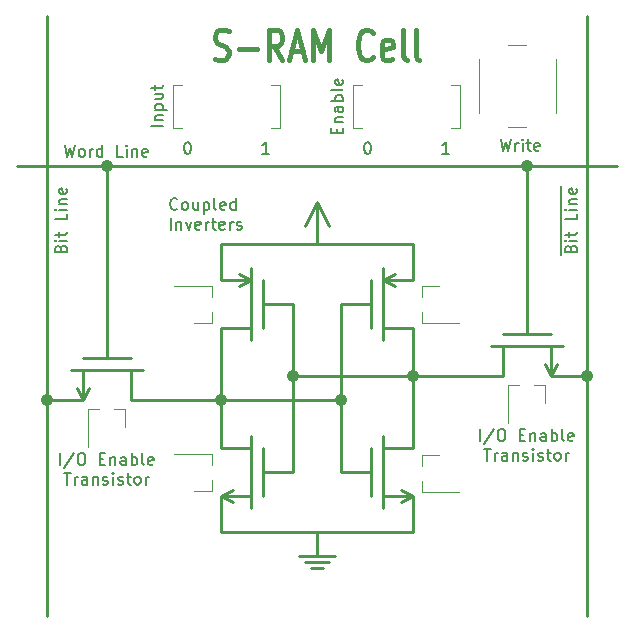
<source format=gbr>
G04 #@! TF.GenerationSoftware,KiCad,Pcbnew,5.1.5+dfsg1-2build2*
G04 #@! TF.CreationDate,2020-06-02T19:47:54-07:00*
G04 #@! TF.ProjectId,sram-cell,7372616d-2d63-4656-9c6c-2e6b69636164,rev?*
G04 #@! TF.SameCoordinates,Original*
G04 #@! TF.FileFunction,Legend,Top*
G04 #@! TF.FilePolarity,Positive*
%FSLAX46Y46*%
G04 Gerber Fmt 4.6, Leading zero omitted, Abs format (unit mm)*
G04 Created by KiCad (PCBNEW 5.1.5+dfsg1-2build2) date 2020-06-02 19:47:54*
%MOMM*%
%LPD*%
G04 APERTURE LIST*
%ADD10C,0.150000*%
%ADD11C,0.406400*%
%ADD12C,1.016000*%
%ADD13C,0.254000*%
%ADD14C,0.120000*%
G04 APERTURE END LIST*
D10*
X131072380Y-87082380D02*
X131310476Y-88082380D01*
X131500952Y-87368095D01*
X131691428Y-88082380D01*
X131929523Y-87082380D01*
X132453333Y-88082380D02*
X132358095Y-88034761D01*
X132310476Y-87987142D01*
X132262857Y-87891904D01*
X132262857Y-87606190D01*
X132310476Y-87510952D01*
X132358095Y-87463333D01*
X132453333Y-87415714D01*
X132596190Y-87415714D01*
X132691428Y-87463333D01*
X132739047Y-87510952D01*
X132786666Y-87606190D01*
X132786666Y-87891904D01*
X132739047Y-87987142D01*
X132691428Y-88034761D01*
X132596190Y-88082380D01*
X132453333Y-88082380D01*
X133215238Y-88082380D02*
X133215238Y-87415714D01*
X133215238Y-87606190D02*
X133262857Y-87510952D01*
X133310476Y-87463333D01*
X133405714Y-87415714D01*
X133500952Y-87415714D01*
X134262857Y-88082380D02*
X134262857Y-87082380D01*
X134262857Y-88034761D02*
X134167619Y-88082380D01*
X133977142Y-88082380D01*
X133881904Y-88034761D01*
X133834285Y-87987142D01*
X133786666Y-87891904D01*
X133786666Y-87606190D01*
X133834285Y-87510952D01*
X133881904Y-87463333D01*
X133977142Y-87415714D01*
X134167619Y-87415714D01*
X134262857Y-87463333D01*
X135977142Y-88082380D02*
X135500952Y-88082380D01*
X135500952Y-87082380D01*
X136310476Y-88082380D02*
X136310476Y-87415714D01*
X136310476Y-87082380D02*
X136262857Y-87130000D01*
X136310476Y-87177619D01*
X136358095Y-87130000D01*
X136310476Y-87082380D01*
X136310476Y-87177619D01*
X136786666Y-87415714D02*
X136786666Y-88082380D01*
X136786666Y-87510952D02*
X136834285Y-87463333D01*
X136929523Y-87415714D01*
X137072380Y-87415714D01*
X137167619Y-87463333D01*
X137215238Y-87558571D01*
X137215238Y-88082380D01*
X138072380Y-88034761D02*
X137977142Y-88082380D01*
X137786666Y-88082380D01*
X137691428Y-88034761D01*
X137643809Y-87939523D01*
X137643809Y-87558571D01*
X137691428Y-87463333D01*
X137786666Y-87415714D01*
X137977142Y-87415714D01*
X138072380Y-87463333D01*
X138120000Y-87558571D01*
X138120000Y-87653809D01*
X137643809Y-87749047D01*
X173075000Y-96422500D02*
X173075000Y-95422500D01*
X173918571Y-95851071D02*
X173966190Y-95708214D01*
X174013809Y-95660595D01*
X174109047Y-95612976D01*
X174251904Y-95612976D01*
X174347142Y-95660595D01*
X174394761Y-95708214D01*
X174442380Y-95803452D01*
X174442380Y-96184404D01*
X173442380Y-96184404D01*
X173442380Y-95851071D01*
X173490000Y-95755833D01*
X173537619Y-95708214D01*
X173632857Y-95660595D01*
X173728095Y-95660595D01*
X173823333Y-95708214D01*
X173870952Y-95755833D01*
X173918571Y-95851071D01*
X173918571Y-96184404D01*
X173075000Y-95422500D02*
X173075000Y-94946309D01*
X174442380Y-95184404D02*
X173775714Y-95184404D01*
X173442380Y-95184404D02*
X173490000Y-95232023D01*
X173537619Y-95184404D01*
X173490000Y-95136785D01*
X173442380Y-95184404D01*
X173537619Y-95184404D01*
X173075000Y-94946309D02*
X173075000Y-94374880D01*
X173775714Y-94851071D02*
X173775714Y-94470119D01*
X173442380Y-94708214D02*
X174299523Y-94708214D01*
X174394761Y-94660595D01*
X174442380Y-94565357D01*
X174442380Y-94470119D01*
X173075000Y-94374880D02*
X173075000Y-93612976D01*
X173075000Y-93612976D02*
X173075000Y-92803452D01*
X174442380Y-92898690D02*
X174442380Y-93374880D01*
X173442380Y-93374880D01*
X173075000Y-92803452D02*
X173075000Y-92327261D01*
X174442380Y-92565357D02*
X173775714Y-92565357D01*
X173442380Y-92565357D02*
X173490000Y-92612976D01*
X173537619Y-92565357D01*
X173490000Y-92517738D01*
X173442380Y-92565357D01*
X173537619Y-92565357D01*
X173075000Y-92327261D02*
X173075000Y-91422500D01*
X173775714Y-92089166D02*
X174442380Y-92089166D01*
X173870952Y-92089166D02*
X173823333Y-92041547D01*
X173775714Y-91946309D01*
X173775714Y-91803452D01*
X173823333Y-91708214D01*
X173918571Y-91660595D01*
X174442380Y-91660595D01*
X173075000Y-91422500D02*
X173075000Y-90565357D01*
X174394761Y-90803452D02*
X174442380Y-90898690D01*
X174442380Y-91089166D01*
X174394761Y-91184404D01*
X174299523Y-91232023D01*
X173918571Y-91232023D01*
X173823333Y-91184404D01*
X173775714Y-91089166D01*
X173775714Y-90898690D01*
X173823333Y-90803452D01*
X173918571Y-90755833D01*
X174013809Y-90755833D01*
X174109047Y-91232023D01*
X130738571Y-95851071D02*
X130786190Y-95708214D01*
X130833809Y-95660595D01*
X130929047Y-95612976D01*
X131071904Y-95612976D01*
X131167142Y-95660595D01*
X131214761Y-95708214D01*
X131262380Y-95803452D01*
X131262380Y-96184404D01*
X130262380Y-96184404D01*
X130262380Y-95851071D01*
X130310000Y-95755833D01*
X130357619Y-95708214D01*
X130452857Y-95660595D01*
X130548095Y-95660595D01*
X130643333Y-95708214D01*
X130690952Y-95755833D01*
X130738571Y-95851071D01*
X130738571Y-96184404D01*
X131262380Y-95184404D02*
X130595714Y-95184404D01*
X130262380Y-95184404D02*
X130310000Y-95232023D01*
X130357619Y-95184404D01*
X130310000Y-95136785D01*
X130262380Y-95184404D01*
X130357619Y-95184404D01*
X130595714Y-94851071D02*
X130595714Y-94470119D01*
X130262380Y-94708214D02*
X131119523Y-94708214D01*
X131214761Y-94660595D01*
X131262380Y-94565357D01*
X131262380Y-94470119D01*
X131262380Y-92898690D02*
X131262380Y-93374880D01*
X130262380Y-93374880D01*
X131262380Y-92565357D02*
X130595714Y-92565357D01*
X130262380Y-92565357D02*
X130310000Y-92612976D01*
X130357619Y-92565357D01*
X130310000Y-92517738D01*
X130262380Y-92565357D01*
X130357619Y-92565357D01*
X130595714Y-92089166D02*
X131262380Y-92089166D01*
X130690952Y-92089166D02*
X130643333Y-92041547D01*
X130595714Y-91946309D01*
X130595714Y-91803452D01*
X130643333Y-91708214D01*
X130738571Y-91660595D01*
X131262380Y-91660595D01*
X131214761Y-90803452D02*
X131262380Y-90898690D01*
X131262380Y-91089166D01*
X131214761Y-91184404D01*
X131119523Y-91232023D01*
X130738571Y-91232023D01*
X130643333Y-91184404D01*
X130595714Y-91089166D01*
X130595714Y-90898690D01*
X130643333Y-90803452D01*
X130738571Y-90755833D01*
X130833809Y-90755833D01*
X130929047Y-91232023D01*
X140607023Y-92496142D02*
X140559404Y-92543761D01*
X140416547Y-92591380D01*
X140321309Y-92591380D01*
X140178452Y-92543761D01*
X140083214Y-92448523D01*
X140035595Y-92353285D01*
X139987976Y-92162809D01*
X139987976Y-92019952D01*
X140035595Y-91829476D01*
X140083214Y-91734238D01*
X140178452Y-91639000D01*
X140321309Y-91591380D01*
X140416547Y-91591380D01*
X140559404Y-91639000D01*
X140607023Y-91686619D01*
X141178452Y-92591380D02*
X141083214Y-92543761D01*
X141035595Y-92496142D01*
X140987976Y-92400904D01*
X140987976Y-92115190D01*
X141035595Y-92019952D01*
X141083214Y-91972333D01*
X141178452Y-91924714D01*
X141321309Y-91924714D01*
X141416547Y-91972333D01*
X141464166Y-92019952D01*
X141511785Y-92115190D01*
X141511785Y-92400904D01*
X141464166Y-92496142D01*
X141416547Y-92543761D01*
X141321309Y-92591380D01*
X141178452Y-92591380D01*
X142368928Y-91924714D02*
X142368928Y-92591380D01*
X141940357Y-91924714D02*
X141940357Y-92448523D01*
X141987976Y-92543761D01*
X142083214Y-92591380D01*
X142226071Y-92591380D01*
X142321309Y-92543761D01*
X142368928Y-92496142D01*
X142845119Y-91924714D02*
X142845119Y-92924714D01*
X142845119Y-91972333D02*
X142940357Y-91924714D01*
X143130833Y-91924714D01*
X143226071Y-91972333D01*
X143273690Y-92019952D01*
X143321309Y-92115190D01*
X143321309Y-92400904D01*
X143273690Y-92496142D01*
X143226071Y-92543761D01*
X143130833Y-92591380D01*
X142940357Y-92591380D01*
X142845119Y-92543761D01*
X143892738Y-92591380D02*
X143797500Y-92543761D01*
X143749880Y-92448523D01*
X143749880Y-91591380D01*
X144654642Y-92543761D02*
X144559404Y-92591380D01*
X144368928Y-92591380D01*
X144273690Y-92543761D01*
X144226071Y-92448523D01*
X144226071Y-92067571D01*
X144273690Y-91972333D01*
X144368928Y-91924714D01*
X144559404Y-91924714D01*
X144654642Y-91972333D01*
X144702261Y-92067571D01*
X144702261Y-92162809D01*
X144226071Y-92258047D01*
X145559404Y-92591380D02*
X145559404Y-91591380D01*
X145559404Y-92543761D02*
X145464166Y-92591380D01*
X145273690Y-92591380D01*
X145178452Y-92543761D01*
X145130833Y-92496142D01*
X145083214Y-92400904D01*
X145083214Y-92115190D01*
X145130833Y-92019952D01*
X145178452Y-91972333D01*
X145273690Y-91924714D01*
X145464166Y-91924714D01*
X145559404Y-91972333D01*
X140035595Y-94241380D02*
X140035595Y-93241380D01*
X140511785Y-93574714D02*
X140511785Y-94241380D01*
X140511785Y-93669952D02*
X140559404Y-93622333D01*
X140654642Y-93574714D01*
X140797500Y-93574714D01*
X140892738Y-93622333D01*
X140940357Y-93717571D01*
X140940357Y-94241380D01*
X141321309Y-93574714D02*
X141559404Y-94241380D01*
X141797500Y-93574714D01*
X142559404Y-94193761D02*
X142464166Y-94241380D01*
X142273690Y-94241380D01*
X142178452Y-94193761D01*
X142130833Y-94098523D01*
X142130833Y-93717571D01*
X142178452Y-93622333D01*
X142273690Y-93574714D01*
X142464166Y-93574714D01*
X142559404Y-93622333D01*
X142607023Y-93717571D01*
X142607023Y-93812809D01*
X142130833Y-93908047D01*
X143035595Y-94241380D02*
X143035595Y-93574714D01*
X143035595Y-93765190D02*
X143083214Y-93669952D01*
X143130833Y-93622333D01*
X143226071Y-93574714D01*
X143321309Y-93574714D01*
X143511785Y-93574714D02*
X143892738Y-93574714D01*
X143654642Y-93241380D02*
X143654642Y-94098523D01*
X143702261Y-94193761D01*
X143797500Y-94241380D01*
X143892738Y-94241380D01*
X144607023Y-94193761D02*
X144511785Y-94241380D01*
X144321309Y-94241380D01*
X144226071Y-94193761D01*
X144178452Y-94098523D01*
X144178452Y-93717571D01*
X144226071Y-93622333D01*
X144321309Y-93574714D01*
X144511785Y-93574714D01*
X144607023Y-93622333D01*
X144654642Y-93717571D01*
X144654642Y-93812809D01*
X144178452Y-93908047D01*
X145083214Y-94241380D02*
X145083214Y-93574714D01*
X145083214Y-93765190D02*
X145130833Y-93669952D01*
X145178452Y-93622333D01*
X145273690Y-93574714D01*
X145368928Y-93574714D01*
X145654642Y-94193761D02*
X145749880Y-94241380D01*
X145940357Y-94241380D01*
X146035595Y-94193761D01*
X146083214Y-94098523D01*
X146083214Y-94050904D01*
X146035595Y-93955666D01*
X145940357Y-93908047D01*
X145797500Y-93908047D01*
X145702261Y-93860428D01*
X145654642Y-93765190D01*
X145654642Y-93717571D01*
X145702261Y-93622333D01*
X145797500Y-93574714D01*
X145940357Y-93574714D01*
X146035595Y-93622333D01*
X163607714Y-87828380D02*
X163036285Y-87828380D01*
X163322000Y-87828380D02*
X163322000Y-86828380D01*
X163226761Y-86971238D01*
X163131523Y-87066476D01*
X163036285Y-87114095D01*
X156670380Y-86828380D02*
X156765619Y-86828380D01*
X156860857Y-86876000D01*
X156908476Y-86923619D01*
X156956095Y-87018857D01*
X157003714Y-87209333D01*
X157003714Y-87447428D01*
X156956095Y-87637904D01*
X156908476Y-87733142D01*
X156860857Y-87780761D01*
X156765619Y-87828380D01*
X156670380Y-87828380D01*
X156575142Y-87780761D01*
X156527523Y-87733142D01*
X156479904Y-87637904D01*
X156432285Y-87447428D01*
X156432285Y-87209333D01*
X156479904Y-87018857D01*
X156527523Y-86923619D01*
X156575142Y-86876000D01*
X156670380Y-86828380D01*
X141430380Y-86828380D02*
X141525619Y-86828380D01*
X141620857Y-86876000D01*
X141668476Y-86923619D01*
X141716095Y-87018857D01*
X141763714Y-87209333D01*
X141763714Y-87447428D01*
X141716095Y-87637904D01*
X141668476Y-87733142D01*
X141620857Y-87780761D01*
X141525619Y-87828380D01*
X141430380Y-87828380D01*
X141335142Y-87780761D01*
X141287523Y-87733142D01*
X141239904Y-87637904D01*
X141192285Y-87447428D01*
X141192285Y-87209333D01*
X141239904Y-87018857D01*
X141287523Y-86923619D01*
X141335142Y-86876000D01*
X141430380Y-86828380D01*
X148367714Y-87828380D02*
X147796285Y-87828380D01*
X148082000Y-87828380D02*
X148082000Y-86828380D01*
X147986761Y-86971238D01*
X147891523Y-87066476D01*
X147796285Y-87114095D01*
X139390380Y-85462857D02*
X138390380Y-85462857D01*
X138723714Y-84986666D02*
X139390380Y-84986666D01*
X138818952Y-84986666D02*
X138771333Y-84939047D01*
X138723714Y-84843809D01*
X138723714Y-84700952D01*
X138771333Y-84605714D01*
X138866571Y-84558095D01*
X139390380Y-84558095D01*
X138723714Y-84081904D02*
X139723714Y-84081904D01*
X138771333Y-84081904D02*
X138723714Y-83986666D01*
X138723714Y-83796190D01*
X138771333Y-83700952D01*
X138818952Y-83653333D01*
X138914190Y-83605714D01*
X139199904Y-83605714D01*
X139295142Y-83653333D01*
X139342761Y-83700952D01*
X139390380Y-83796190D01*
X139390380Y-83986666D01*
X139342761Y-84081904D01*
X138723714Y-82748571D02*
X139390380Y-82748571D01*
X138723714Y-83177142D02*
X139247523Y-83177142D01*
X139342761Y-83129523D01*
X139390380Y-83034285D01*
X139390380Y-82891428D01*
X139342761Y-82796190D01*
X139295142Y-82748571D01*
X138723714Y-82415238D02*
X138723714Y-82034285D01*
X138390380Y-82272380D02*
X139247523Y-82272380D01*
X139342761Y-82224761D01*
X139390380Y-82129523D01*
X139390380Y-82034285D01*
X154106571Y-86081904D02*
X154106571Y-85748571D01*
X154630380Y-85605714D02*
X154630380Y-86081904D01*
X153630380Y-86081904D01*
X153630380Y-85605714D01*
X153963714Y-85177142D02*
X154630380Y-85177142D01*
X154058952Y-85177142D02*
X154011333Y-85129523D01*
X153963714Y-85034285D01*
X153963714Y-84891428D01*
X154011333Y-84796190D01*
X154106571Y-84748571D01*
X154630380Y-84748571D01*
X154630380Y-83843809D02*
X154106571Y-83843809D01*
X154011333Y-83891428D01*
X153963714Y-83986666D01*
X153963714Y-84177142D01*
X154011333Y-84272380D01*
X154582761Y-83843809D02*
X154630380Y-83939047D01*
X154630380Y-84177142D01*
X154582761Y-84272380D01*
X154487523Y-84320000D01*
X154392285Y-84320000D01*
X154297047Y-84272380D01*
X154249428Y-84177142D01*
X154249428Y-83939047D01*
X154201809Y-83843809D01*
X154630380Y-83367619D02*
X153630380Y-83367619D01*
X154011333Y-83367619D02*
X153963714Y-83272380D01*
X153963714Y-83081904D01*
X154011333Y-82986666D01*
X154058952Y-82939047D01*
X154154190Y-82891428D01*
X154439904Y-82891428D01*
X154535142Y-82939047D01*
X154582761Y-82986666D01*
X154630380Y-83081904D01*
X154630380Y-83272380D01*
X154582761Y-83367619D01*
X154630380Y-82320000D02*
X154582761Y-82415238D01*
X154487523Y-82462857D01*
X153630380Y-82462857D01*
X154582761Y-81558095D02*
X154630380Y-81653333D01*
X154630380Y-81843809D01*
X154582761Y-81939047D01*
X154487523Y-81986666D01*
X154106571Y-81986666D01*
X154011333Y-81939047D01*
X153963714Y-81843809D01*
X153963714Y-81653333D01*
X154011333Y-81558095D01*
X154106571Y-81510476D01*
X154201809Y-81510476D01*
X154297047Y-81986666D01*
X130691428Y-114181380D02*
X130691428Y-113181380D01*
X131881904Y-113133761D02*
X131024761Y-114419476D01*
X132405714Y-113181380D02*
X132596190Y-113181380D01*
X132691428Y-113229000D01*
X132786666Y-113324238D01*
X132834285Y-113514714D01*
X132834285Y-113848047D01*
X132786666Y-114038523D01*
X132691428Y-114133761D01*
X132596190Y-114181380D01*
X132405714Y-114181380D01*
X132310476Y-114133761D01*
X132215238Y-114038523D01*
X132167619Y-113848047D01*
X132167619Y-113514714D01*
X132215238Y-113324238D01*
X132310476Y-113229000D01*
X132405714Y-113181380D01*
X134024761Y-113657571D02*
X134358095Y-113657571D01*
X134500952Y-114181380D02*
X134024761Y-114181380D01*
X134024761Y-113181380D01*
X134500952Y-113181380D01*
X134929523Y-113514714D02*
X134929523Y-114181380D01*
X134929523Y-113609952D02*
X134977142Y-113562333D01*
X135072380Y-113514714D01*
X135215238Y-113514714D01*
X135310476Y-113562333D01*
X135358095Y-113657571D01*
X135358095Y-114181380D01*
X136262857Y-114181380D02*
X136262857Y-113657571D01*
X136215238Y-113562333D01*
X136120000Y-113514714D01*
X135929523Y-113514714D01*
X135834285Y-113562333D01*
X136262857Y-114133761D02*
X136167619Y-114181380D01*
X135929523Y-114181380D01*
X135834285Y-114133761D01*
X135786666Y-114038523D01*
X135786666Y-113943285D01*
X135834285Y-113848047D01*
X135929523Y-113800428D01*
X136167619Y-113800428D01*
X136262857Y-113752809D01*
X136739047Y-114181380D02*
X136739047Y-113181380D01*
X136739047Y-113562333D02*
X136834285Y-113514714D01*
X137024761Y-113514714D01*
X137120000Y-113562333D01*
X137167619Y-113609952D01*
X137215238Y-113705190D01*
X137215238Y-113990904D01*
X137167619Y-114086142D01*
X137120000Y-114133761D01*
X137024761Y-114181380D01*
X136834285Y-114181380D01*
X136739047Y-114133761D01*
X137786666Y-114181380D02*
X137691428Y-114133761D01*
X137643809Y-114038523D01*
X137643809Y-113181380D01*
X138548571Y-114133761D02*
X138453333Y-114181380D01*
X138262857Y-114181380D01*
X138167619Y-114133761D01*
X138120000Y-114038523D01*
X138120000Y-113657571D01*
X138167619Y-113562333D01*
X138262857Y-113514714D01*
X138453333Y-113514714D01*
X138548571Y-113562333D01*
X138596190Y-113657571D01*
X138596190Y-113752809D01*
X138120000Y-113848047D01*
X131024761Y-114831380D02*
X131596190Y-114831380D01*
X131310476Y-115831380D02*
X131310476Y-114831380D01*
X131929523Y-115831380D02*
X131929523Y-115164714D01*
X131929523Y-115355190D02*
X131977142Y-115259952D01*
X132024761Y-115212333D01*
X132120000Y-115164714D01*
X132215238Y-115164714D01*
X132977142Y-115831380D02*
X132977142Y-115307571D01*
X132929523Y-115212333D01*
X132834285Y-115164714D01*
X132643809Y-115164714D01*
X132548571Y-115212333D01*
X132977142Y-115783761D02*
X132881904Y-115831380D01*
X132643809Y-115831380D01*
X132548571Y-115783761D01*
X132500952Y-115688523D01*
X132500952Y-115593285D01*
X132548571Y-115498047D01*
X132643809Y-115450428D01*
X132881904Y-115450428D01*
X132977142Y-115402809D01*
X133453333Y-115164714D02*
X133453333Y-115831380D01*
X133453333Y-115259952D02*
X133500952Y-115212333D01*
X133596190Y-115164714D01*
X133739047Y-115164714D01*
X133834285Y-115212333D01*
X133881904Y-115307571D01*
X133881904Y-115831380D01*
X134310476Y-115783761D02*
X134405714Y-115831380D01*
X134596190Y-115831380D01*
X134691428Y-115783761D01*
X134739047Y-115688523D01*
X134739047Y-115640904D01*
X134691428Y-115545666D01*
X134596190Y-115498047D01*
X134453333Y-115498047D01*
X134358095Y-115450428D01*
X134310476Y-115355190D01*
X134310476Y-115307571D01*
X134358095Y-115212333D01*
X134453333Y-115164714D01*
X134596190Y-115164714D01*
X134691428Y-115212333D01*
X135167619Y-115831380D02*
X135167619Y-115164714D01*
X135167619Y-114831380D02*
X135120000Y-114879000D01*
X135167619Y-114926619D01*
X135215238Y-114879000D01*
X135167619Y-114831380D01*
X135167619Y-114926619D01*
X135596190Y-115783761D02*
X135691428Y-115831380D01*
X135881904Y-115831380D01*
X135977142Y-115783761D01*
X136024761Y-115688523D01*
X136024761Y-115640904D01*
X135977142Y-115545666D01*
X135881904Y-115498047D01*
X135739047Y-115498047D01*
X135643809Y-115450428D01*
X135596190Y-115355190D01*
X135596190Y-115307571D01*
X135643809Y-115212333D01*
X135739047Y-115164714D01*
X135881904Y-115164714D01*
X135977142Y-115212333D01*
X136310476Y-115164714D02*
X136691428Y-115164714D01*
X136453333Y-114831380D02*
X136453333Y-115688523D01*
X136500952Y-115783761D01*
X136596190Y-115831380D01*
X136691428Y-115831380D01*
X137167619Y-115831380D02*
X137072380Y-115783761D01*
X137024761Y-115736142D01*
X136977142Y-115640904D01*
X136977142Y-115355190D01*
X137024761Y-115259952D01*
X137072380Y-115212333D01*
X137167619Y-115164714D01*
X137310476Y-115164714D01*
X137405714Y-115212333D01*
X137453333Y-115259952D01*
X137500952Y-115355190D01*
X137500952Y-115640904D01*
X137453333Y-115736142D01*
X137405714Y-115783761D01*
X137310476Y-115831380D01*
X137167619Y-115831380D01*
X137929523Y-115831380D02*
X137929523Y-115164714D01*
X137929523Y-115355190D02*
X137977142Y-115259952D01*
X138024761Y-115212333D01*
X138120000Y-115164714D01*
X138215238Y-115164714D01*
X166251428Y-112149380D02*
X166251428Y-111149380D01*
X167441904Y-111101761D02*
X166584761Y-112387476D01*
X167965714Y-111149380D02*
X168156190Y-111149380D01*
X168251428Y-111197000D01*
X168346666Y-111292238D01*
X168394285Y-111482714D01*
X168394285Y-111816047D01*
X168346666Y-112006523D01*
X168251428Y-112101761D01*
X168156190Y-112149380D01*
X167965714Y-112149380D01*
X167870476Y-112101761D01*
X167775238Y-112006523D01*
X167727619Y-111816047D01*
X167727619Y-111482714D01*
X167775238Y-111292238D01*
X167870476Y-111197000D01*
X167965714Y-111149380D01*
X169584761Y-111625571D02*
X169918095Y-111625571D01*
X170060952Y-112149380D02*
X169584761Y-112149380D01*
X169584761Y-111149380D01*
X170060952Y-111149380D01*
X170489523Y-111482714D02*
X170489523Y-112149380D01*
X170489523Y-111577952D02*
X170537142Y-111530333D01*
X170632380Y-111482714D01*
X170775238Y-111482714D01*
X170870476Y-111530333D01*
X170918095Y-111625571D01*
X170918095Y-112149380D01*
X171822857Y-112149380D02*
X171822857Y-111625571D01*
X171775238Y-111530333D01*
X171680000Y-111482714D01*
X171489523Y-111482714D01*
X171394285Y-111530333D01*
X171822857Y-112101761D02*
X171727619Y-112149380D01*
X171489523Y-112149380D01*
X171394285Y-112101761D01*
X171346666Y-112006523D01*
X171346666Y-111911285D01*
X171394285Y-111816047D01*
X171489523Y-111768428D01*
X171727619Y-111768428D01*
X171822857Y-111720809D01*
X172299047Y-112149380D02*
X172299047Y-111149380D01*
X172299047Y-111530333D02*
X172394285Y-111482714D01*
X172584761Y-111482714D01*
X172680000Y-111530333D01*
X172727619Y-111577952D01*
X172775238Y-111673190D01*
X172775238Y-111958904D01*
X172727619Y-112054142D01*
X172680000Y-112101761D01*
X172584761Y-112149380D01*
X172394285Y-112149380D01*
X172299047Y-112101761D01*
X173346666Y-112149380D02*
X173251428Y-112101761D01*
X173203809Y-112006523D01*
X173203809Y-111149380D01*
X174108571Y-112101761D02*
X174013333Y-112149380D01*
X173822857Y-112149380D01*
X173727619Y-112101761D01*
X173680000Y-112006523D01*
X173680000Y-111625571D01*
X173727619Y-111530333D01*
X173822857Y-111482714D01*
X174013333Y-111482714D01*
X174108571Y-111530333D01*
X174156190Y-111625571D01*
X174156190Y-111720809D01*
X173680000Y-111816047D01*
X166584761Y-112799380D02*
X167156190Y-112799380D01*
X166870476Y-113799380D02*
X166870476Y-112799380D01*
X167489523Y-113799380D02*
X167489523Y-113132714D01*
X167489523Y-113323190D02*
X167537142Y-113227952D01*
X167584761Y-113180333D01*
X167680000Y-113132714D01*
X167775238Y-113132714D01*
X168537142Y-113799380D02*
X168537142Y-113275571D01*
X168489523Y-113180333D01*
X168394285Y-113132714D01*
X168203809Y-113132714D01*
X168108571Y-113180333D01*
X168537142Y-113751761D02*
X168441904Y-113799380D01*
X168203809Y-113799380D01*
X168108571Y-113751761D01*
X168060952Y-113656523D01*
X168060952Y-113561285D01*
X168108571Y-113466047D01*
X168203809Y-113418428D01*
X168441904Y-113418428D01*
X168537142Y-113370809D01*
X169013333Y-113132714D02*
X169013333Y-113799380D01*
X169013333Y-113227952D02*
X169060952Y-113180333D01*
X169156190Y-113132714D01*
X169299047Y-113132714D01*
X169394285Y-113180333D01*
X169441904Y-113275571D01*
X169441904Y-113799380D01*
X169870476Y-113751761D02*
X169965714Y-113799380D01*
X170156190Y-113799380D01*
X170251428Y-113751761D01*
X170299047Y-113656523D01*
X170299047Y-113608904D01*
X170251428Y-113513666D01*
X170156190Y-113466047D01*
X170013333Y-113466047D01*
X169918095Y-113418428D01*
X169870476Y-113323190D01*
X169870476Y-113275571D01*
X169918095Y-113180333D01*
X170013333Y-113132714D01*
X170156190Y-113132714D01*
X170251428Y-113180333D01*
X170727619Y-113799380D02*
X170727619Y-113132714D01*
X170727619Y-112799380D02*
X170680000Y-112847000D01*
X170727619Y-112894619D01*
X170775238Y-112847000D01*
X170727619Y-112799380D01*
X170727619Y-112894619D01*
X171156190Y-113751761D02*
X171251428Y-113799380D01*
X171441904Y-113799380D01*
X171537142Y-113751761D01*
X171584761Y-113656523D01*
X171584761Y-113608904D01*
X171537142Y-113513666D01*
X171441904Y-113466047D01*
X171299047Y-113466047D01*
X171203809Y-113418428D01*
X171156190Y-113323190D01*
X171156190Y-113275571D01*
X171203809Y-113180333D01*
X171299047Y-113132714D01*
X171441904Y-113132714D01*
X171537142Y-113180333D01*
X171870476Y-113132714D02*
X172251428Y-113132714D01*
X172013333Y-112799380D02*
X172013333Y-113656523D01*
X172060952Y-113751761D01*
X172156190Y-113799380D01*
X172251428Y-113799380D01*
X172727619Y-113799380D02*
X172632380Y-113751761D01*
X172584761Y-113704142D01*
X172537142Y-113608904D01*
X172537142Y-113323190D01*
X172584761Y-113227952D01*
X172632380Y-113180333D01*
X172727619Y-113132714D01*
X172870476Y-113132714D01*
X172965714Y-113180333D01*
X173013333Y-113227952D01*
X173060952Y-113323190D01*
X173060952Y-113608904D01*
X173013333Y-113704142D01*
X172965714Y-113751761D01*
X172870476Y-113799380D01*
X172727619Y-113799380D01*
X173489523Y-113799380D02*
X173489523Y-113132714D01*
X173489523Y-113323190D02*
X173537142Y-113227952D01*
X173584761Y-113180333D01*
X173680000Y-113132714D01*
X173775238Y-113132714D01*
X167981523Y-86574380D02*
X168219619Y-87574380D01*
X168410095Y-86860095D01*
X168600571Y-87574380D01*
X168838666Y-86574380D01*
X169219619Y-87574380D02*
X169219619Y-86907714D01*
X169219619Y-87098190D02*
X169267238Y-87002952D01*
X169314857Y-86955333D01*
X169410095Y-86907714D01*
X169505333Y-86907714D01*
X169838666Y-87574380D02*
X169838666Y-86907714D01*
X169838666Y-86574380D02*
X169791047Y-86622000D01*
X169838666Y-86669619D01*
X169886285Y-86622000D01*
X169838666Y-86574380D01*
X169838666Y-86669619D01*
X170172000Y-86907714D02*
X170552952Y-86907714D01*
X170314857Y-86574380D02*
X170314857Y-87431523D01*
X170362476Y-87526761D01*
X170457714Y-87574380D01*
X170552952Y-87574380D01*
X171267238Y-87526761D02*
X171172000Y-87574380D01*
X170981523Y-87574380D01*
X170886285Y-87526761D01*
X170838666Y-87431523D01*
X170838666Y-87050571D01*
X170886285Y-86955333D01*
X170981523Y-86907714D01*
X171172000Y-86907714D01*
X171267238Y-86955333D01*
X171314857Y-87050571D01*
X171314857Y-87145809D01*
X170838666Y-87241047D01*
D11*
X143788190Y-79768095D02*
X144078476Y-79889047D01*
X144562285Y-79889047D01*
X144755809Y-79768095D01*
X144852571Y-79647142D01*
X144949333Y-79405238D01*
X144949333Y-79163333D01*
X144852571Y-78921428D01*
X144755809Y-78800476D01*
X144562285Y-78679523D01*
X144175238Y-78558571D01*
X143981714Y-78437619D01*
X143884952Y-78316666D01*
X143788190Y-78074761D01*
X143788190Y-77832857D01*
X143884952Y-77590952D01*
X143981714Y-77470000D01*
X144175238Y-77349047D01*
X144659047Y-77349047D01*
X144949333Y-77470000D01*
X145820190Y-78921428D02*
X147368380Y-78921428D01*
X149497142Y-79889047D02*
X148819809Y-78679523D01*
X148336000Y-79889047D02*
X148336000Y-77349047D01*
X149110095Y-77349047D01*
X149303619Y-77470000D01*
X149400380Y-77590952D01*
X149497142Y-77832857D01*
X149497142Y-78195714D01*
X149400380Y-78437619D01*
X149303619Y-78558571D01*
X149110095Y-78679523D01*
X148336000Y-78679523D01*
X150271238Y-79163333D02*
X151238857Y-79163333D01*
X150077714Y-79889047D02*
X150755047Y-77349047D01*
X151432380Y-79889047D01*
X152109714Y-79889047D02*
X152109714Y-77349047D01*
X152787047Y-79163333D01*
X153464380Y-77349047D01*
X153464380Y-79889047D01*
X157141333Y-79647142D02*
X157044571Y-79768095D01*
X156754285Y-79889047D01*
X156560761Y-79889047D01*
X156270476Y-79768095D01*
X156076952Y-79526190D01*
X155980190Y-79284285D01*
X155883428Y-78800476D01*
X155883428Y-78437619D01*
X155980190Y-77953809D01*
X156076952Y-77711904D01*
X156270476Y-77470000D01*
X156560761Y-77349047D01*
X156754285Y-77349047D01*
X157044571Y-77470000D01*
X157141333Y-77590952D01*
X158786285Y-79768095D02*
X158592761Y-79889047D01*
X158205714Y-79889047D01*
X158012190Y-79768095D01*
X157915428Y-79526190D01*
X157915428Y-78558571D01*
X158012190Y-78316666D01*
X158205714Y-78195714D01*
X158592761Y-78195714D01*
X158786285Y-78316666D01*
X158883047Y-78558571D01*
X158883047Y-78800476D01*
X157915428Y-79042380D01*
X160044190Y-79889047D02*
X159850666Y-79768095D01*
X159753904Y-79526190D01*
X159753904Y-77349047D01*
X161108571Y-79889047D02*
X160915047Y-79768095D01*
X160818285Y-79526190D01*
X160818285Y-77349047D01*
D12*
X170180000Y-88900000D02*
G75*
G03X170180000Y-88900000I0J0D01*
G01*
X134620000Y-88900000D02*
G75*
G03X134620000Y-88900000I0J0D01*
G01*
D13*
X127000000Y-88900000D02*
X177800000Y-88900000D01*
X175260000Y-127000000D02*
X175260000Y-76200000D01*
X129540000Y-127000000D02*
X129540000Y-76200000D01*
D12*
X129540000Y-108712000D02*
G75*
G03X129540000Y-108712000I0J0D01*
G01*
X175260000Y-106680000D02*
G75*
G03X175260000Y-106680000I0J0D01*
G01*
D13*
X173228000Y-104140000D02*
X167132000Y-104140000D01*
X172212000Y-103124000D02*
X168148000Y-103124000D01*
X175260000Y-106680000D02*
X172212000Y-106680000D01*
X172212000Y-106680000D02*
X172720000Y-105664000D01*
X168148000Y-106680000D02*
X160528000Y-106680000D01*
X171704000Y-105664000D02*
X172212000Y-106680000D01*
X170180000Y-103124000D02*
X170180000Y-88900000D01*
X172212000Y-106680000D02*
X172212000Y-104140000D01*
X168148000Y-106680000D02*
X168148000Y-104140000D01*
X132080000Y-107696000D02*
X132588000Y-108712000D01*
X132588000Y-108712000D02*
X129540000Y-108712000D01*
X134620000Y-105156000D02*
X134620000Y-88900000D01*
X132588000Y-108712000D02*
X132588000Y-106172000D01*
X137668000Y-106172000D02*
X131572000Y-106172000D01*
X136652000Y-108712000D02*
X136652000Y-106172000D01*
X132588000Y-108712000D02*
X133096000Y-107696000D01*
X144272000Y-108712000D02*
X136652000Y-108712000D01*
X136652000Y-105156000D02*
X132588000Y-105156000D01*
X153924000Y-121920000D02*
X150876000Y-121920000D01*
X153416000Y-122428000D02*
X151384000Y-122428000D01*
X151892000Y-122936000D02*
X152908000Y-122936000D01*
X152400000Y-119888000D02*
X152400000Y-121920000D01*
X152400000Y-91948000D02*
X153416000Y-93980000D01*
X152400000Y-91948000D02*
X151384000Y-93980000D01*
X152400000Y-95504000D02*
X152400000Y-91948000D01*
X144272000Y-95504000D02*
X160528000Y-95504000D01*
X160528000Y-119888000D02*
X144272000Y-119888000D01*
D12*
X144272000Y-108712000D02*
G75*
G03X144272000Y-108712000I0J0D01*
G01*
X154432000Y-108712000D02*
G75*
G03X154432000Y-108712000I0J0D01*
G01*
X150368000Y-106680000D02*
G75*
G03X150368000Y-106680000I0J0D01*
G01*
X160528000Y-106680000D02*
G75*
G03X160528000Y-106680000I0J0D01*
G01*
D13*
X144272000Y-108712000D02*
X154432000Y-108712000D01*
X160528000Y-106680000D02*
X150368000Y-106680000D01*
X156972000Y-112776000D02*
X156972000Y-116840000D01*
X160528000Y-116840000D02*
X159512000Y-116332000D01*
X160528000Y-112776000D02*
X157988000Y-112776000D01*
X157988000Y-111760000D02*
X157988000Y-117856000D01*
X156972000Y-114808000D02*
X154432000Y-114808000D01*
X160528000Y-116840000D02*
X160528000Y-119888000D01*
X159512000Y-117348000D02*
X160528000Y-116840000D01*
X160528000Y-116840000D02*
X157988000Y-116840000D01*
X154432000Y-114808000D02*
X154432000Y-100584000D01*
X150368000Y-100584000D02*
X150368000Y-114808000D01*
X157988000Y-98552000D02*
X159004000Y-99060000D01*
X144272000Y-102616000D02*
X146812000Y-102616000D01*
X147828000Y-116840000D02*
X147828000Y-112776000D01*
X147828000Y-114808000D02*
X150368000Y-114808000D01*
X145288000Y-117348000D02*
X144272000Y-116840000D01*
X144272000Y-116840000D02*
X146812000Y-116840000D01*
X145288000Y-116332000D02*
X144272000Y-116840000D01*
X144272000Y-112776000D02*
X146812000Y-112776000D01*
X146812000Y-117856000D02*
X146812000Y-111760000D01*
X144272000Y-116840000D02*
X144272000Y-119888000D01*
X147828000Y-102616000D02*
X147828000Y-98552000D01*
X145796000Y-98044000D02*
X146812000Y-98552000D01*
X147828000Y-100584000D02*
X150368000Y-100584000D01*
X144272000Y-98552000D02*
X144272000Y-95504000D01*
X146812000Y-98552000D02*
X145796000Y-99060000D01*
X144272000Y-98552000D02*
X146812000Y-98552000D01*
X146812000Y-103632000D02*
X146812000Y-97536000D01*
X144272000Y-102616000D02*
X144272000Y-112776000D01*
X156972000Y-100584000D02*
X154432000Y-100584000D01*
X156972000Y-98552000D02*
X156972000Y-102616000D01*
X157988000Y-98552000D02*
X159004000Y-98044000D01*
X157988000Y-97536000D02*
X157988000Y-103632000D01*
X160528000Y-98552000D02*
X157988000Y-98552000D01*
X160528000Y-98552000D02*
X160528000Y-95504000D01*
X160528000Y-102616000D02*
X160528000Y-112776000D01*
X160528000Y-102616000D02*
X157988000Y-102616000D01*
D14*
X141030000Y-85620000D02*
X140280000Y-85620000D01*
X141030000Y-82020000D02*
X140280000Y-82020000D01*
X149280000Y-82020000D02*
X149280000Y-85620000D01*
X149280000Y-85620000D02*
X148530000Y-85620000D01*
X149280000Y-82020000D02*
X148530000Y-82020000D01*
X140280000Y-82020000D02*
X140280000Y-85620000D01*
X156270000Y-85620000D02*
X155520000Y-85620000D01*
X156270000Y-82020000D02*
X155520000Y-82020000D01*
X164520000Y-82020000D02*
X164520000Y-85620000D01*
X164520000Y-85620000D02*
X163770000Y-85620000D01*
X164520000Y-82020000D02*
X163770000Y-82020000D01*
X155520000Y-82020000D02*
X155520000Y-85620000D01*
X170132000Y-78594000D02*
X168632000Y-78594000D01*
X166132000Y-79844000D02*
X166132000Y-84344000D01*
X168632000Y-85594000D02*
X170132000Y-85594000D01*
X172632000Y-84344000D02*
X172632000Y-79844000D01*
X143508000Y-102164000D02*
X142048000Y-102164000D01*
X143508000Y-99004000D02*
X140348000Y-99004000D01*
X143508000Y-99004000D02*
X143508000Y-99934000D01*
X143508000Y-102164000D02*
X143508000Y-101234000D01*
X161292000Y-99004000D02*
X161292000Y-99934000D01*
X161292000Y-102164000D02*
X161292000Y-101234000D01*
X161292000Y-102164000D02*
X164452000Y-102164000D01*
X161292000Y-99004000D02*
X162752000Y-99004000D01*
X143508000Y-116388000D02*
X143508000Y-115458000D01*
X143508000Y-113228000D02*
X143508000Y-114158000D01*
X143508000Y-113228000D02*
X140348000Y-113228000D01*
X143508000Y-116388000D02*
X142048000Y-116388000D01*
X161316000Y-113294000D02*
X162776000Y-113294000D01*
X161316000Y-116454000D02*
X164476000Y-116454000D01*
X161316000Y-116454000D02*
X161316000Y-115524000D01*
X161316000Y-113294000D02*
X161316000Y-114224000D01*
X136200000Y-109476000D02*
X136200000Y-110936000D01*
X133040000Y-109476000D02*
X133040000Y-112636000D01*
X133040000Y-109476000D02*
X133970000Y-109476000D01*
X136200000Y-109476000D02*
X135270000Y-109476000D01*
X171760000Y-107444000D02*
X170830000Y-107444000D01*
X168600000Y-107444000D02*
X169530000Y-107444000D01*
X168600000Y-107444000D02*
X168600000Y-110604000D01*
X171760000Y-107444000D02*
X171760000Y-108904000D01*
M02*

</source>
